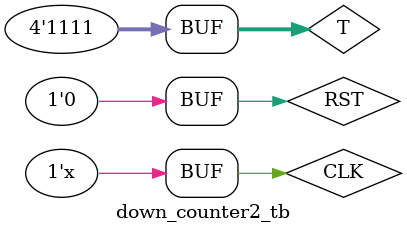
<source format=v>
module t_ff(
    input clk,rst,
    input  t,
    output reg q,
    output qb
);

always@(posedge clk or posedge rst)
begin
    if(rst)
            q<=1;
         else
            begin
                if(t)
                 q<=~q;
                else
                 q<=q;
            end
        
end
assign qb=~q;

endmodule

module down_counter2 (input clk,rst,
input [3:0]t,
output [3:0] q,qb );

t_ff d0(.clk(clk),   .rst(rst), .t(t[0]), .q(q[0]), .qb(qb[0]));
t_ff d1(.clk(q[0]), .rst(rst), .t(t[1]), .q(q[1]), .qb(qb[1]));
t_ff d2(.clk(q[1]), .rst(rst), .t(t[2]), .q(q[2]), .qb(qb[2]));
t_ff d3(.clk(q[2]), .rst(rst), .t(t[3]), .q(q[3]), .qb(qb[3]));


endmodule

module down_counter2_tb;
wire [3:0]Q,QB;
reg [3:0]T;
reg CLK,RST;

down_counter2 dut (.clk(CLK), .rst(RST),
.t(T),
.q(Q), .qb(QB) );

initial begin
     $monitor("%t)\tCOUNT=%B(%D)\t",$time,Q,Q);
    CLK=0;RST=1;T=4'b1111;
    #5RST=0;
end
always #5 CLK=~CLK;
endmodule

</source>
